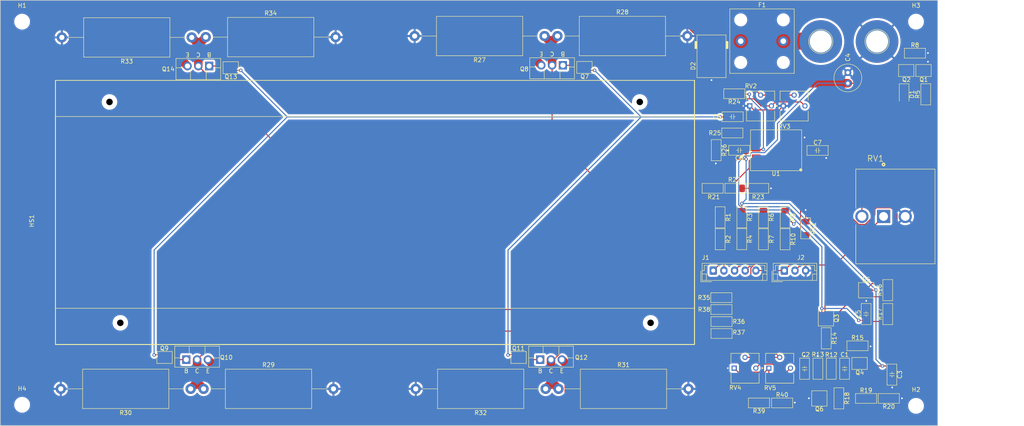
<source format=kicad_pcb>
(kicad_pcb (version 20221018) (generator pcbnew)
  (title_block (title "Self powered active load") (date "2023-04-04") (rev "A") (company "Dr. Frank Kirschbaum"))
  (layers (0 "F.Cu" signal) (31 "B.Cu" power) (34 "B.Paste" user) (35 "F.Paste" user) (36 "B.SilkS" user "B.Silkscreen") (37 "F.SilkS" user "F.Silkscreen") (38 "B.Mask" user) (39 "F.Mask" user) (44 "Edge.Cuts" user))
  (net 0 "")
  (net 1 "Net-(C1-Pad2)")
  (net 2 "Net-(Q1-C)")
  (net 3 "GNDA")
  (net 4 "Net-(Q4-C)")
  (net 5 "VDC")
  (net 6 "/ctrl")
  (net 7 "Net-(U1-OUT)")
  (net 8 "Net-(U1-IN-)")
  (net 9 "Net-(D1-K)")
  (net 10 "Net-(J3-1)")
  (net 11 "/1A{slash}Turn")
  (net 12 "/100mA{slash}Turn")
  (net 13 "/100Ohm{slash}NTurns")
  (net 14 "/10Ohm{slash}NTurns")
  (net 15 "Net-(J1-Pin_5)")
  (net 16 "Net-(J2-Pin_2)")
  (net 17 "+1V2")
  (net 18 "Net-(Q3-B)")
  (net 19 "Net-(Q3-C)")
  (net 20 "Net-(Q5-E)")
  (net 21 "Net-(Q6-B)")
  (net 22 "Net-(Q7-E)")
  (net 23 "Net-(Q7-C)")
  (net 24 "Net-(Q10-C)")
  (net 25 "Net-(Q10-B)")
  (net 26 "Net-(Q11-E)")
  (net 27 "Net-(Q11-C)")
  (net 28 "Net-(Q1-B)")
  (net 29 "Net-(Q13-E)")
  (net 30 "Net-(Q4-E)")
  (net 31 "Net-(Q13-C)")
  (net 32 "Net-(U1-REF)")
  (net 33 "Net-(U1-RFB)")
  (net 34 "Net-(R1-Pad2)")
  (net 35 "Net-(R3-Pad2)")
  (net 36 "Net-(R6-Pad2)")
  (net 37 "Net-(R10-Pad1)")
  (net 38 "Net-(R22-Pad2)")
  (net 39 "Net-(R24-Pad2)")
  (net 40 "Net-(R35-Pad2)")
  (net 41 "Net-(R39-Pad1)")
  (net 42 "Net-(R40-Pad1)")
  (net 43 "Net-(U1-IN+)")
  (net 44 "Net-(U1-BAL)")
  (footprint "Package_TO_SOT_SMD_AKL:SOT-323_SC-70" (layer "F.Cu") (at 176.433 61.5405 180)
    (fp_text reference "Q7")
    (fp_text value "2SC4117" hide)
  )
  (footprint "Resistor_THT:R_Axial_DIN0922_L20.0mm_D9.0mm_P30.48mm_Horizontal" (layer "F.Cu") (at 87.041 136.9785)
    (fp_text reference "R29")
    (fp_text value "0R22")
  )
  (footprint "Resistor_SMD_AKL:R_1206_3216Metric_Pad1.30x1.75mm_HandSolder" (layer "F.Cu") (at 208.28 101.854 -90)
    (fp_text reference "R2")
    (fp_text value "200R")
  )
  (footprint "Resistor_THT:R_Axial_DIN0922_L20.0mm_D9.0mm_P30.48mm_Horizontal" (layer "F.Cu") (at 170.099 54.1745)
    (fp_text reference "R28")
    (fp_text value "0R22")
  )
  (footprint "MountingHole:MountingHole_3.2mm_M3_DIN965" (layer "F.Cu") (at 254.254 140.97)
    (fp_text reference "H2")
    (fp_text value "MountingHole")
  )
  (footprint "Connector_JST:JST_EH_B5B-EH-A_1x05_P2.50mm_Vertical" (layer "F.Cu") (at 206.662 109.22)
    (fp_text reference "J1")
    (fp_text value "Conn_01x05")
  )
  (footprint "Package_TO_SOT_SMD_AKL:SOT-323_SC-70" (layer "F.Cu") (at 77.881 129.6125)
    (fp_text reference "Q9")
    (fp_text value "2SC4117" hide)
  )
  (footprint "Package_SO_AKL:SOIC-14W_7.5x9mm_P1.27mm" (layer "F.Cu") (at 221.404 80.9875 180)
    (fp_text reference "U1")
    (fp_text value "LM10CWM" hide)
  )
  (footprint "Resistor_SMD_AKL:R_1206_3216Metric_Pad1.30x1.75mm_HandSolder" (layer "F.Cu") (at 211.602 67.7065 180)
    (fp_text reference "R24")
    (fp_text value "22k")
  )
  (footprint "Package_TO_SOT_THT_AKL:TO-220F-3_Vertical_BCE" (layer "F.Cu") (at 88.348 61.2115 180)
    (fp_text reference "Q14")
    (fp_text value "BDW94CFP" hide)
  )
  (footprint "Resistor_THT:R_Axial_DIN0922_L20.0mm_D9.0mm_P30.48mm_Horizontal" (layer "F.Cu") (at 84.003 136.9785 180)
    (fp_text reference "R30")
    (fp_text value "0R22")
  )
  (footprint "Capacitor_SMD_AKL:C_1206_3216Metric_Pad1.33x1.80mm_HandSolder" (layer "F.Cu") (at 211.2045 73.1135 180)
    (fp_text reference "C6")
    (fp_text value "100n")
  )
  (footprint "Resistor_SMD_AKL:R_1206_3216Metric_Pad1.30x1.75mm_HandSolder" (layer "F.Cu") (at 233.178 125.111 -90)
    (fp_text reference "R14")
    (fp_text value "12k")
  )
  (footprint "Capacitor_THT:C_Radial_D6.3mm_H11.0mm_P2.50mm" (layer "F.Cu") (at 238.252 65.258 90)
    (fp_text reference "C4")
    (fp_text value "10u")
  )
  (footprint "Resistor_SMD_AKL:R_1206_3216Metric_Pad1.30x1.75mm_HandSolder" (layer "F.Cu") (at 223.52 96.722 -90)
    (fp_text reference "R9")
    (fp_text value "68k")
  )
  (footprint "Package_TO_SOT_SMD_AKL:SOT-323_SC-70" (layer "F.Cu") (at 160.971 129.6125)
    (fp_text reference "Q11")
    (fp_text value "2SC4117" hide)
  )
  (footprint "Resistor_SMD_AKL:R_1206_3216Metric_Pad1.30x1.75mm_HandSolder" (layer "F.Cu") (at 208.56 115.57)
    (fp_text reference "R35")
    (fp_text value "10R")
  )
  (footprint "Resistor_SMD_AKL:R_1206_3216Metric_Pad1.30x1.75mm_HandSolder" (layer "F.Cu") (at 222.826 140.285)
    (fp_text reference "R40")
    (fp_text value "1k")
  )
  (footprint "Package_TO_SOT_SMD_AKL:SOT-23" (layer "F.Cu") (at 242.554 113.8375)
    (fp_text reference "Q5")
    (fp_text value "MMBT5401" hide)
  )
  (footprint "Resistor_SMD_AKL:R_1206_3216Metric_Pad1.30x1.75mm_HandSolder" (layer "F.Cu") (at 256.54 67.8545 90)
    (fp_text reference "R5")
    (fp_text value "4k7")
  )
  (footprint "Capacitor_SMD_AKL:C_1206_3216Metric_Pad1.33x1.80mm_HandSolder" (layer "F.Cu") (at 212.768 80.9875 180)
    (fp_text reference "C8")
    (fp_text value "100n")
  )
  (footprint "3362P-1-102LF:TRIM_3362P-1-102LF" (layer "F.Cu") (at 225.644 70.5735)
    (fp_text reference "RV3")
    (fp_text value "1k")
  )
  (footprint "Resistor_SMD_AKL:R_1206_3216Metric_Pad1.30x1.75mm_HandSolder" (layer "F.Cu") (at 228.346 99.288 -90)
    (fp_text reference "R11")
    (fp_text value "10k")
  )
  (footprint "Heatsink:Fischer_Heatsink_LA6_150" (layer "F.Cu") (at 52.2605 64.5645)
    (fp_text reference "HS1")
    (fp_text value "Heatsink")
  )
  (footprint "Resistor_THT:R_Axial_DIN0922_L20.0mm_D9.0mm_P30.48mm_Horizontal" (layer "F.Cu") (at 87.549 54.4285)
    (fp_text reference "R34")
    (fp_text value "0R22")
  )
  (footprint "Connector_JST:JST_EH_B3B-EH-A_1x03_P2.50mm_Vertical" (layer "F.Cu") (at 223.346 109.22)
    (fp_text reference "J2")
    (fp_text value "Conn_01x03")
  )
  (footprint "Capacitor_SMD_AKL:C_1206_3216Metric_Pad1.42x1.75mm_HandSolder" (layer "F.Cu") (at 237.49 132.2475 -90)
    (fp_text reference "C1")
    (fp_text value "100n")
  )
  (footprint "Resistor_SMD_AKL:R_1206_3216Metric_Pad1.30x1.75mm_HandSolder" (layer "F.Cu") (at 208.28 96.722 -90)
    (fp_text reference "R1")
    (fp_text value "6k8")
  )
  (footprint "Package_TO_SOT_SMD_AKL:SOT-23" (layer "F.Cu") (at 233.106 120.4185 -90)
    (fp_text reference "Q3")
    (fp_text value "MMBT5401" hide)
  )
  (footprint "Resistor_SMD_AKL:R_1206_3216Metric_Pad1.30x1.75mm_HandSolder" (layer "F.Cu") (at 247.618 119.4255 90)
    (fp_text reference "R17")
    (fp_text value "220R")
  )
  (footprint "Fuse:Fuseholder_Cylinder-5x20mm_EATON_HBV_Vertical_Closed" (layer "F.Cu") (at 213.106 55.372)
    (fp_text reference "F1")
    (fp_text value "Fuse")
  )
  (footprint "Resistor_SMD_AKL:R_1206_3216Metric_Pad1.30x1.75mm_HandSolder" (layer "F.Cu") (at 218.44 101.854 -90)
    (fp_text reference "R7")
    (fp_text value "15k")
  )
  (footprint "Resistor_THT:R_Axial_DIN0922_L20.0mm_D9.0mm_P30.48mm_Horizontal" (layer "F.Cu") (at 84.257 54.4955 180)
    (fp_text reference "R33")
    (fp_text value "0R22")
  )
  (footprint "Package_TO_SOT_SMD_AKL:SOT-23" (layer "F.Cu") (at 231.56 139.2305 180)
    (fp_text reference "Q6")
    (fp_text value "MMBT5401" hide)
  )
  (footprint "Capacitor_SMD_AKL:C_1206_3216Metric_Pad1.33x1.80mm_HandSolder" (layer "F.Cu") (at 231.14 81.026)
    (fp_text reference "C7")
    (fp_text value "10u")
  )
  (footprint "Resistor_SMD_AKL:R_1206_3216Metric_Pad1.30x1.75mm_HandSolder" (layer "F.Cu") (at 247.858 139.2305 180)
    (fp_text reference "R20")
    (fp_text value "4k7")
  )
  (footprint "Resistor_SMD_AKL:R_1206_3216Metric_Pad1.30x1.75mm_HandSolder" (layer "F.Cu") (at 208.606 123.9905)
    (fp_text reference "R37")
    (fp_text value "10R")
  )
  (footprint "3590S-2-103L:TRIM_3590S-2-103L" (layer "F.Cu") (at 246.634 96.5175)
    (fp_text reference "RV1")
    (fp_text value "R_Potentiometer")
  )
  (footprint "Resistor_SMD_AKL:R_1206_3216Metric_Pad1.30x1.75mm_HandSolder" (layer "F.Cu") (at 247.618 113.8115 90)
    (fp_text reference "R16")
    (fp_text value "10k")
  )
  (footprint "Resistor_SMD_AKL:R_1206_3216Metric_Pad1.30x1.75mm_HandSolder" (layer "F.Cu") (at 217.398 140.285 180)
    (fp_text reference "R39")
    (fp_text value "47R")
  )
  (footprint "Resistor_SMD_AKL:R_1206_3216Metric_Pad1.30x1.75mm_HandSolder" (layer "F.Cu") (at 236.148 139.2045 -90)
    (fp_text reference "R18")
    (fp_text value "100k")
  )
  (footprint "Package_TO_SOT_THT_AKL:TO-220F-3_Vertical_BCE" (layer "F.Cu") (at 171.374 61.0325 180)
    (fp_text reference "Q8")
    (fp_text value "BDW94CFP" hide)
  )
  (footprint "Resistor_SMD_AKL:R_1206_3216Metric_Pad1.30x1.75mm_HandSolder" (layer "F.Cu") (at 231.224666 132.2475 90)
    (fp_text reference "R13")
    (fp_text value "6M5")
  )
  (footprint "Package_TO_SOT_SMD_AKL:SOT-323_SC-70" (layer "F.Cu") (at 93.407 61.6075 180)
    (fp_text reference "Q13")
    (fp_text value "2SC4117" hide)
  )
  (footprint "MountingHole:MountingHole_3.2mm_M3_DIN965" (layer "F.Cu") (at 44.45 50.8)
    (fp_text reference "H1")
    (fp_text value "MountingHole")
  )
  (footprint "Resistor_SMD_AKL:R_1206_3216Metric_Pad1.30x1.75mm_HandSolder" (layer "F.Cu") (at 208.58 118.364)
    (fp_text reference "R38")
    (fp_text value "10R")
  )
  (footprint "3362P-1-102LF:TRIM_3362P-1-102LF" (layer "F.Cu") (at 214.122 132.1185)
    (fp_text reference "RV4")
    (fp_text value "1k")
  )
  (footprint "5uH_LISN:BANANA_CONN" (layer "F.Cu") (at 231.902 55.452 -90)
    (fp_text reference "J3" hide)
    (fp_text value "BANANA_CONN" hide)
  )
  (footprint "Resistor_SMD_AKL:R_1206_3216Metric_Pad1.30x1.75mm_HandSolder" (layer "F.Cu") (at 206.528 89.916)
    (fp_text reference "R21")
    (fp_text value "100k")
  )
  (footprint "Package_TO_SOT_THT_AKL:TO-220F-3_Vertical_BCE" (layer "F.Cu") (at 166.04 130.1205)
    (fp_text reference "Q12")
    (fp_text value "BDW94CFP" hide)
  )
  (footprint "Resistor_SMD_AKL:R_1206_3216Metric_Pad1.30x1.75mm_HandSolder" (layer "F.Cu") (at 211.888 89.916)
    (fp_text reference "R22")
    (fp_text value "10k")
  )
  (footprint "Capacitor_SMD_AKL:C_1206_3216Metric_Pad1.33x1.80mm_HandSolder" (layer "F.Cu") (at 228.092 132.2475 90)
    (fp_text reference "C2")
    (fp_text value "100n" hide)
  )
  (footprint "Package_TO_SOT_THT_AKL:TO-220F-3_Vertical_BCE" (layer "F.Cu") (at 82.982 130.1205)
    (fp_text reference "Q10")
    (fp_text value "BDW94CFP" hide)
  )
  (footprint "Resistor_SMD_AKL:R_1206_3216Metric_Pad1.30x1.75mm_HandSolder" (layer "F.Cu") (at 223.52 101.854 -90)
    (fp_text reference "R10")
    (fp_text value "27k")
  )
  (footprint "5uH_LISN:BANANA_CONN" (layer "F.Cu") (at 245.11 55.452 -90)
    (fp_text reference "J4" hide)
    (fp_text value "BANANA_CONN" hide)
  )
  (footprint "3362P-1-102LF:TRIM_3362P-1-102LF" (layer "F.Cu") (at 222.25 132.1185)
    (fp_text reference "RV5")
    (fp_text value "100R")
  )
  (footprint "Capacitor_SMD_AKL:C_1206_3216Metric_Pad1.33x1.80mm_HandSolder" (layer "F.Cu") (at 242.538 119.4255 90)
    (fp_text reference "C5")
    (fp_text value "1u")
  )
  (footprint "Resistor_SMD_AKL:R_1206_3216Metric_Pad1.30x1.75mm_HandSolder" (layer "F.Cu") (at 254 58.2025)
    (fp_text reference "R8")
    (fp_text value "100R")
  )
  (footprint "3362P-1-102LF:TRIM_3362P-1-102LF" (layer "F.Cu") (at 217.77 70.5735)
    (fp_text reference "RV2")
    (fp_text value "100R")
  )
  (footprint "Resistor_SMD_AKL:R_1206_3216Metric_Pad1.30x1.75mm_HandSolder" (layer "F.Cu") (at 234.357332 132.2475 -90)
    (fp_text reference "R12")
    (fp_text value "1k")
  )
  (footprint "MountingHole:MountingHole_3.2mm_M3_DIN965" (layer "F.Cu") (at 44.45 140.716)
    (fp_text reference "H4")
    (fp_text value "MountingHole")
  )
  (footprint "Package_TO_SOT_SMD_AKL:SOT-323_SC-70" (layer "F.Cu") (at 241.004 131.014 180)
    (fp_text reference "Q4")
    (fp_text value "2SC4117" hide)
  )
  (footprint "Capacitor_SMD_AKL:C_1206_3216Metric_Pad1.33x1.80mm_HandSolder" (layer "F.Cu") (at 248.594 133.6425 -90)
    (fp_text reference "C3")
    (fp_text value "1u")
  )
  (footprint "Diode_SMD_AKL:D_SMC" (layer "F.Cu") (at 206.248 58.928 -90)
    (fp_text reference "D2")
    (fp_text value "SMCJ54A" hide)
  )
  (footprint "Package_TO_SOT_SMD_AKL:SOT-323_SC-70" (layer "F.Cu") (at 251.952 62.2665 180)
    (fp_text reference "Q2")
    (fp_text value "2SC4117" hide)
  )
  (footprint "Resistor_SMD_AKL:R_1206_3216Metric_Pad1.30x1.75mm_HandSolder" (layer "F.Cu") (at 242.524 139.2305)
    (fp_text reference "R19")
    (fp_text value "10k")
  )
  (footprint "MountingHole:MountingHole_3.2mm_M3_DIN965" (layer "F.Cu") (at 254.254 50.8)
    (fp_text reference "H3")
    (fp_text value "MountingHole")
  )
  (footprint "LED_SMD:LED_1206_3216Metric_Pad1.42x1.75mm_HandSolder" (layer "F.Cu") (at 251.46 67.8545 -90)
    (fp_text reference "D1")
    (fp_text value "LED")
  )
  (footprint "Package_TO_SOT_SMD_AKL:SOT-323_SC-70" (layer "F.Cu") (at 256.016 62.2665 180)
    (fp_text reference "Q1")
    (fp_text value "2SC4117" hide)
  )
  (footprint "Resistor_SMD_AKL:R_1206_3216Metric_Pad1.30x1.75mm_HandSolder" (layer "F.Cu") (at 240.512 126.875)
    (fp_text reference "R15")
    (fp_text value "15k")
  )
  (footprint "Resistor_SMD_AKL:R_1206_3216Metric_Pad1.30x1.75mm_HandSolder" (layer "F.Cu") (at 211.14 76.9235 180)
    (fp_text reference "R25")
    (fp_text value "4k7")
  )
  (footprint "Resistor_SMD_AKL:R_1206_3216Metric_Pad1.30x1.75mm_HandSolder" (layer "F.Cu") (at 218.44 96.722 -90)
    (fp_text reference "R6")
    (fp_text value "100k")
  )
  (footprint "Resistor_SMD_AKL:R_1206_3216Metric_Pad1.30x1.75mm_HandSolder" (layer "F.Cu") (at 213.36 101.828 -90)
    (fp_text reference "R4")
    (fp_text value "15k")
  )
  (footprint "Resistor_THT:R_Axial_DIN0922_L20.0mm_D9.0mm_P30.48mm_Horizontal" (layer "F.Cu") (at 167.315 136.9785 180)
    (fp_text reference "R32")
    (fp_text value "0R22")
  )
  (footprint "Resistor_SMD_AKL:R_1206_3216Metric_Pad1.30x1.75mm_HandSolder" (layer "F.Cu") (at 217.196 89.916)
    (fp_text reference "R23")
    (fp_text value "10k")
  )
  (footprint "Resistor_SMD_AKL:R_1206_3216Metric_Pad1.30x1.75mm_HandSolder" (layer "F.Cu") (at 213.36 96.722 -90)
    (fp_text reference "R3")
    (fp_text value "100k")
  )
  (footprint "Resistor_SMD_AKL:R_1206_3216Metric_Pad1.30x1.75mm_HandSolder" (layer "F.Cu") (at 208.606 121.1965)
    (fp_text reference "R36")
    (fp_text value "10R")
  )
  (footprint "Resistor_THT:R_Axial_DIN0922_L20.0mm_D9.0mm_P30.48mm_Horizontal" (layer "F.Cu") (at 170.353 136.9785)
    (fp_text reference "R31")
    (fp_text value "0R22")
  )
  (footprint "Resistor_SMD_AKL:R_1206_3216Metric_Pad1.30x1.75mm_HandSolder" (layer "F.Cu") (at 207.356 80.9615 -90)
    (fp_text reference "R26")
    (fp_text value "6k8")
  )
  (footprint "Resistor_THT:R_Axial_DIN0922_L20.0mm_D9.0mm_P30.48mm_Horizontal" (layer "F.Cu") (at 167.061 54.1745 180)
    (fp_text reference "R27")
    (fp_text value "0R22")
  )
  (gr_line (start 259.334 45.79) (end 39.334 45.79) (stroke (width 0.15)) (layer "Edge.Cuts"))
  (gr_line (start 39.334 45.79) (end 39.334 145.64) (stroke (width 0.15)) (layer "Edge.Cuts"))
  (gr_line (start 259.334 145.64) (end 39.334 145.64) (stroke (width 0.15)) (layer "Edge.Cuts"))
  (gr_line (start 259.334 145.64) (end 259.334 45.79) (stroke (width 0.15)) (layer "Edge.Cuts"))
  (segment (start 228.092 133.81) (end 231.212166 133.81) (width 0.25) (layer "F.Cu") (net 1))
  (segment (start 237.4275 133.7975) (end 237.49 133.735) (width 0.25) (layer "F.Cu") (net 1))
  (segment (start 234.357332 133.7975) (end 237.4275 133.7975) (width 0.25) (layer "F.Cu") (net 1))
  (segment (start 231.212166 133.81) (end 231.224666 133.7975) (width 0.25) (layer "F.Cu") (net 1))
  (segment (start 231.224666 133.7975) (end 234.357332 133.7975) (width 0.25) (layer "F.Cu") (net 1))
  (segment (start 255.016 62.2665) (end 253.602 62.2665) (width 0.25) (layer "F.Cu") (net 2))
  (segment (start 256.54 63.7905) (end 255.016 62.2665) (width 0.25) (layer "F.Cu") (net 2))
  (segment (start 256.54 66.3045) (end 256.54 63.7905) (width 0.25) (layer "F.Cu") (net 2))
  (segment (start 253.602 62.2665) (end 252.952 62.9165) (width 0.25) (layer "F.Cu") (net 2))
  (segment (start 233.172 82.804) (end 233.172 81.4955) (width 0.25) (layer "F.Cu") (net 3))
  (segment (start 233.172 81.4955) (end 232.7025 81.026) (width 0.25) (layer "F.Cu") (net 3))
  (segment (start 257.048 60.198) (end 257.048 61.5845) (width 0.25) (layer "F.Cu") (net 3))
  (segment (start 248.666 136.652) (end 248.666 135.277) (width 0.25) (layer "F.Cu") (net 3))
  (segment (start 207.264 82.6035) (end 207.356 82.5115) (width 0.25) (layer "F.Cu") (net 3))
  (segment (start 211.167 81.026) (end 211.2055 80.9875) (width 0.25) (layer "F.Cu") (net 3))
  (segment (start 249.4465 139.192) (end 249.408 139.2305) (width 0.25) (layer "F.Cu") (net 3))
  (segment (start 229.108 139.192) (end 230.5215 139.192) (width 0.25) (layer "F.Cu") (net 3))
  (segment (start 257.048 58.166) (end 255.5865 58.166) (width 0.25) (layer "F.Cu") (net 3))
  (segment (start 228.346 94.996) (end 228.346 97.738) (width 0.25) (layer "F.Cu") (net 3))
  (segment (start 224.453 140.208) (end 224.376 140.285) (width 0.25) (layer "F.Cu") (net 3))
  (segment (start 242.57 116.332) (end 242.57 117.831) (width 0.25) (layer "F.Cu") (net 3))
  (segment (start 230.5215 139.192) (end 230.56 139.2305) (width 0.25) (layer "F.Cu") (net 3))
  (segment (start 242.187 127) (end 242.062 126.875) (width 0.25) (layer "F.Cu") (net 3))
  (segment (start 206.248 64.516) (end 206.248 62.328) (width 0.25) (layer "F.Cu") (net 3))
  (segment (start 207.264 84.074) (end 207.264 82.6035) (width 0.25) (layer "F.Cu") (net 3))
  (segment (start 220.218 89.916) (end 218.746 89.916) (width 0.25) (layer "F.Cu") (net 3))
  (segment (start 228.092 77.978) (end 226.5235 77.978) (width 0.25) (layer "F.Cu") (net 3))
  (segment (start 255.5865 58.166) (end 255.55 58.2025) (width 0.25) (layer "F.Cu") (net 3))
  (segment (start 250.952 139.192) (end 249.4465 139.192) (width 0.25) (layer "F.Cu") (net 3))
  (segment (start 243.586 127) (end 242.187 127) (width 0.25) (layer "F.Cu") (net 3))
  (segment (start 248.666 135.277) (end 248.594 135.205) (width 0.25) (layer "F.Cu") (net 3))
  (segment (start 215.23 70.5735) (end 216.166 71.5095) (width 0.25) (layer "F.Cu") (net 3))
  (segment (start 210.058 81.026) (end 211.167 81.026) (width 0.25) (layer "F.Cu") (net 3))
  (segment (start 225.806 140.208) (end 224.453 140.208) (width 0.25) (layer "F.Cu") (net 3))
  (segment (start 226.5235 77.978) (end 226.054 78.4475) (width 0.25) (layer "F.Cu") (net 3))
  (segment (start 231.14 129.286) (end 231.14 130.612834) (width 0.25) (layer "F.Cu") (net 3))
  (segment (start 222.168 71.5095) (end 223.104 70.5735) (width 0.25) (layer "F.Cu") (net 3))
  (segment (start 228.092 129.286) (end 228.092 130.685) (width 0.25) (layer "F.Cu") (net 3))
  (segment (start 216.166 71.5095) (end 222.168 71.5095) (width 0.25) (layer "F.Cu") (net 3))
  (segment (start 257.048 61.5845) (end 257.016 61.6165) (width 0.25) (layer "F.Cu") (net 3))
  (segment (start 242.57 117.831) (end 242.538 117.863) (width 0.25) (layer "F.Cu") (net 3))
  (segment (start 231.14 130.612834) (end 231.224666 130.6975) (width 0.25) (layer "F.Cu") (net 3))
  (via (at 242.57 116.332) (size 0.8) (drill 0.4) (layers "F.Cu" "B.Cu") (net 3))
  (via (at 228.092 129.286) (size 0.8) (drill 0.4) (layers "F.Cu" "B.Cu") (net 3))
  (via (at 220.218 89.916) (size 0.8) (drill 0.4) (layers "F.Cu" "B.Cu") (net 3))
  (via (at 257.048 58.166) (size 0.8) (drill 0.4) (layers "F.Cu" "B.Cu") (net 3))
  (via (at 228.092 77.978) (size 0.8) (drill 0.4) (layers "F.Cu" "B.Cu") (net 3))
  (via (at 210.058 81.026) (size 0.8) (drill 0.4) (layers "F.Cu" "B.Cu") (net 3))
  (via (at 248.666 136.652) (size 0.8) (drill 0.4) (layers "F.Cu" "B.Cu") (net 3))
  (via (at 225.806 140.208) (size 0.8) (drill 0.4) (layers "F.Cu" "B.Cu") (net 3))
  (via (at 243.586 127) (size 0.8) (drill 0.4) (layers "F.Cu" "B.Cu") (net 3))
  (via (at 229.108 139.192) (size 0.8) (drill 0.4) (layers "F.Cu" "B.Cu") (net 3))
  (via (at 206.248 64.516) (size 0.8) (drill 0.4) (layers "F.Cu" "B.Cu") (net 3))
  (via (at 250.952 139.192) (size 0.8) (drill 0.4) (layers "F.Cu" "B.Cu") (net 3))
  (via (at 228.346 94.996) (size 0.8) (drill 0.4) (layers "F.Cu" "B.Cu") (net 3))
  (via (at 233.172 82.804) (size 0.8) (drill 0.4) (layers "F.Cu" "B.Cu") (net 3))
  (via (at 207.264 84.074) (size 0.8) (drill 0.4) (layers "F.Cu" "B.Cu") (net 3))
  (via (at 257.048 60.198) (size 0.8) (drill 0.4) (layers "F.Cu" "B.Cu") (net 3))
  (via (at 231.14 129.286) (size 0.8) (drill 0.4) (layers "F.Cu" "B.Cu") (net 3))
  (segment (start 233.178 129.518168) (end 233.178 126.661) (width 0.25) (layer "F.Cu") (net 4))
  (segment (start 236.3625 112.8875) (end 232.881 116.369) (width 0.25) (layer "F.Cu") (net 4))
  (segment (start 232.881 119.885962) (end 231.902 120.864962) (width 0.25) (layer "F.Cu") (net 4))
  (segment (start 231.902 120.864962) (end 231.902 125.385) (width 0.25) (layer "F.Cu") (net 4))
  (segment (start 234.419832 130.76) (end 234.357332 130.6975) (width 0.25) (layer "F.Cu") (net 4))
  (segment (start 237.49 130.76) (end 239.75 130.76) (width 0.25) (layer "F.Cu") (net 4))
  (segment (start 241.554 112.8875) (end 236.3625 112.8875) (width 0.25) (layer "F.Cu") (net 4))
  (segment (start 239.75 130.76) (end 240.004 131.014) (width 0.25) (layer "F.Cu") (net 4))
  (segment (start 234.357332 130.6975) (end 233.178 129.518168) (width 0.25) (layer "F.Cu") (net 4))
  (segment (start 231.902 125.385) (end 233.178 126.661) (width 0.25) (layer "F.Cu") (net 4))
  (segment (start 232.881 116.369) (end 232.881 119.885962) (width 0.25) (layer "F.Cu") (net 4))
  (segment (start 237.49 130.76) (end 234.419832 130.76) (width 0.25) (layer "F.Cu") (net 4))
  (segment (start 247.618 120.9755) (end 247.4355 121.158) (width 0.25) (layer "F.Cu") (net 5))
  (segment (start 223.52 96.266) (end 223.52 95.172) (width 0.25) (layer "F.Cu") (net 5))
  (segment (start 44.196 133.35) (end 53.594 142.748) (width 4) (layer "F.Cu") (net 5))
  (segment (start 88.062 130.1205) (end 90.17 132.2285) (width 2) (layer "F.Cu") (net 5))
  (segment (start 222.992 65.258) (end 213.106 55.372) (width 2) (layer "F.Cu") (net 5))
  (segment (start 238.252 65.258) (end 222.992 65.258) (width 2) (layer "F.Cu") (net 5))
  (segment (start 247.4355 121.158) (end 245.11 121.158) (width 0.25) (layer "F.Cu") (net 5))
  (segment (start 242.454 120.904) (end 242.538 120.988) (width 0.25) (layer "F.Cu") (net 5))
  (segment (start 80.01 57.9535) (end 80.01 49.784) (width 2) (layer "F.Cu") (net 5))
  (segment (start 83.268 61.2115) (end 80.01 57.9535) (width 2) (layer "F.Cu") (net 5))
  (segment (start 166.294 61.0325) (end 162.56 57.2985) (width 2) (layer "F.Cu") (net 5))
  (segment (start 51.562 49.784) (end 44.196 57.15) (width 4) (layer "F.Cu") (net 5))
  (segment (start 256.4775 69.342) (end 256.54 69.4045) (width 0.25) (layer "F.Cu") (net 5))
  (segment (start 162.56 57.2985) (end 162.56 49.784) (width 2) (layer "F.Cu") (net 5))
  (segment (start 206.248 55.528) (end 206.248 55.035173) (width 4) (layer "F.Cu") (net 5))
  (segment (start 80.01 49.784) (end 51.562 49.784) (width 4) (layer "F.Cu") (net 5))
  (segment (start 245.11 121.158) (end 242.708 121.158) (width 0.25) (layer "F.Cu") (net 5))
  (segment (start 172.466 142.748) (end 172.753 142.461) (width 2) (layer "F.Cu") (net 5))
  (segment (start 225.552 98.298) (end 223.52 96.266) (width 0.25) (layer "F.Cu") (net 5))
  (segment (start 53.594 142.748) (end 90.17 142.748) (width 4) (layer "F.Cu") (net 5))
  (segment (start 232.156 118.11) (end 232.156 119.4185) (width 0.25) (layer "F.Cu") (net 5))
  (segment (start 206.404 55.372) (end 206.248 55.528) (width 4) (layer "F.Cu") (net 5))
  (segment (start 206.248 55.035173) (end 200.996827 49.784) (width 4) (layer "F.Cu") (net 5))
  (segment (start 240.792 120.904) (end 242.454 120.904) (width 0.25) (layer "F.Cu") (net 5))
  (segment (start 172.753 142.461) (end 172.753 131.7535) (width 2) (layer "F.Cu") (net 5))
  (segment (start 90.17 132.2285) (end 90.17 142.748) (width 2) (layer "F.Cu") (net 5))
  (segment (start 162.56 49.784) (end 80.01 49.784) (width 4) (layer "F.Cu") (net 5))
  (segment (start 200.996827 49.784) (end 162.56 49.784) (width 4) (layer "F.Cu") (net 5))
  (segment (start 238.252 65.258) (end 247.376 65.258) (width 0.25) (layer "F.Cu") (net 5))
  (segment (start 251.46 69.342) (end 256.4775 69.342) (width 0.25) (layer "F.Cu") (net 5))
  (segment (start 242.708 121.158) (end 242.538 120.988) (width 0.25) (layer "F.Cu") (net 5))
  (segment (start 247.376 65.258) (end 251.46 69.342) (width 0.25) (layer "F.Cu") (net 5))
  (segment (start 213.106 55.372) (end 206.404 55.372) (width 4) (layer "F.Cu") (net 5))
  (segment (start 90.17 142.748) (end 172.466 142.748) (width 4) (layer "F.Cu") (net 5))
  (segment (start 172.753 131.7535) (end 171.12 130.1205) (width 2) (layer "F.Cu") (net 5))
  (segment (start 44.196 57.15) (end 44.196 133.35) (width 4) (layer "F.Cu") (net 5))
  (via (at 232.156 118.11) (size 0.8) (drill 0.4) (layers "F.Cu" "B.Cu") (net 5))
  (via (at 240.792 120.904) (size 0.8) (drill 0.4) (layers "F.Cu" "B.Cu") (net 5))
  (via (at 225.552 98.298) (size 0.8) (drill 0.4) (layers "F.Cu" "B.Cu") (net 5))
  (segment (start 215.392 82.296) (end 215.392 81.788) (width 0.25) (layer "B.Cu") (net 5))
  (segment (start 237.998 118.11) (end 240.792 120.904) (width 0.25) (layer "B.Cu") (net 5))
  (segment (start 215.646 81.534) (end 218.703305 81.534) (width 0.25) (layer "B.Cu") (net 5))
  (segment (start 226.187 97.663) (end 223.52 94.996) (width 0.25) (layer "B.Cu") (net 5))
  (segment (start 215.392 81.788) (end 215.646 81.534) (width 0.25) (layer "B.Cu") (net 5))
  (segment (start 232.156 103.632) (end 232.156 118.11) (width 0.25) (layer "B.Cu") (net 5))
  (segment (start 212.635 93.772305) (end 212.635 83.773695) (width 0.25) (layer "B.Cu") (net 5))
  (segment (start 218.703305 81.534) (end 221.737347 78.499958) (width 0.25) (layer "B.Cu") (net 5))
  (segment (start 214.112695 82.296) (end 215.392 82.296) (width 0.25) (layer "B.Cu") (net 5))
  (segment (start 213.858695 94.996) (end 212.635 93.772305) (width 0.25) (layer "B.Cu") (net 5))
  (segment (start 232.156 118.11) (end 237.998 118.11) (width 0.25) (layer "B.Cu") (net 5))
  (segment (start 231.150695 65.258) (end 238.252 65.258) (width 0.25) (layer "B.Cu") (net 5))
  (segment (start 212.635 83.773695) (end 214.112695 82.296) (width 0.25) (layer "B.Cu") (net 5))
  (segment (start 226.187 97.663) (end 232.156 103.632) (width 0.25) (layer "B.Cu") (net 5))
  (segment (start 225.552 98.298) (end 226.187 97.663) (width 0.25) (layer "B.Cu") (net 5))
  (segment (start 221.737347 74.671347) (end 231.150695 65.258) (width 0.25) (layer "B.Cu") (net 5))
  (segment (start 221.737347 78.499958) (end 221.737347 74.671347) (width 0.25) (layer "B.Cu") (net 5))
  (segment (start 223.52 94.996) (end 213.858695 94.996) (width 0.25) (layer "B.Cu") (net 5))
  (segment (start 95.758 62.23) (end 94.4345 62.23) (width 0.25) (layer "F.Cu") (net 6))
  (segment (start 209.642 76.8715) (end 209.59 76.9235) (width 0.25) (layer "F.Cu") (net 6))
  (segment (start 209.642 73.1135) (end 209.642 76.8715) (width 0.25) (layer "F.Cu") (net 6))
  (segment (start 75.5075 128.9625) (end 75.438 129.032) (width 0.25) (layer "F.Cu") (net 6))
  (segment (start 76.881 128.9625) (end 75.5075 128.9625) (width 0.25) (layer "F.Cu") (net 6))
  (segment (start 177.4725 62.23) (end 177.433 62.1905) (width 0.25) (layer "F.Cu") (net 6))
  (segment (start 208.28 73.152) (end 209.6035 73.152) (width 0.25) (layer "F.Cu") (net 6))
  (segment (start 159.971 128.9625) (end 158.5655 128.9625) (width 0.25) (layer "F.Cu") (net 6))
  (segment (start 207.356 79.1575) (end 207.356 79.4115) (width 0.25) (layer "F.Cu") (net 6))
  (segment (start 158.5655 128.9625) (end 158.496 129.032) (width 0.25) (layer "F.Cu") (net 6))
  (segment (start 94.4345 62.23) (end 94.407 62.2575) (width 0.25) (layer "F.Cu") (net 6))
  (segment (start 209.59 76.9235) (end 207.356 79.1575) (width 0.25) (layer "F.Cu") (net 6))
  (segment (start 178.816 62.23) (end 177.4725 62.23) (width 0.25) (layer "F.Cu") (net 6))
  (segment (start 209.6035 73.152) (end 209.642 73.1135) (width 0.25) (layer "F.Cu") (net 6))
  (via (at 75.438 129.032) (size 0.8) (drill 0.4) (layers "F.Cu" "B.Cu") (net 6))
  (via (at 178.816 62.23) (size 0.8) (drill 0.4) (layers "F.Cu" "B.Cu") (net 6))
  (via (at 208.28 73.152) (size 0.8) (drill 0.4) (layers "F.Cu" "B.Cu") (net 6))
  (via (at 95.758 62.23) (size 0.8) (drill 0.4) (layers "F.Cu" "B.Cu") (net 6))
  (via (at 158.496 129.032) (size 0.8) (drill 0.4) (layers "F.Cu" "B.Cu") (net 6))
  (segment (start 189.738 73.152) (end 106.68 73.152) (width 0.25) (layer "B.Cu") (net 6))
  (segment (start 75.438 129.032) (end 75.438 104.394) (width 0.25) (layer "B.Cu") (net 6))
  (segment (start 75.438 104.394) (end 106.68 73.152) (width 0.25) (layer "B.Cu") (net 6))
  (segment (start 106.68 73.152) (end 95.758 62.23) (width 0.25) (layer "B.Cu") (net 6))
  (segment (start 158.496 129.032) (end 158.496 104.394) (width 0.25) (layer "B.Cu") (net 6))
  (segment (start 189.738 73.152) (end 178.816 62.23) (width 0.25) (layer "B.Cu") (net 6))
  (segment (start 158.496 104.394) (end 189.738 73.152) (width 0.25) (layer "B.Cu") (net 6))
  (segment (start 208.28 73.152) (end 189.738 73.152) (width 0.25) (layer "B.Cu") (net 6))
  (segment (start 212.767 73.1135) (end 212.767 76.8465) (width 0.25) (layer "F.Cu") (net 7))
  (segment (start 212.767 76.8465) (end 212.69 76.9235) (width 0.25) (layer "F.Cu") (net 7))
  (segment (start 215.484 79.7175) (end 216.754 79.7175) (width 0.25) (layer "F.Cu") (net 7))
  (segment (start 212.69 76.9235) (end 215.484 79.7175) (width 0.25) (layer "F.Cu") (net 7))
  (segment (start 225.3365 80.9875) (end 226.054 80.9875) (width 0.25) (layer "F.Cu") (net 8))
  (segment (start 215.487 108.608299) (end 218.431299 105.664) (width 0.25) (layer "F.Cu") (net 8))
  (segment (start 223.098173 105.664) (end 227.146 101.616173) (width 0.25) (layer "F.Cu") (net 8))
  (segment (start 229.539 80.9875) (end 229.5775 81.026) (width 0.25) (layer "F.Cu") (net 8))
  (segment (start 218.431299 105.664) (end 223.098173 105.664) (width 0.25) (layer "F.Cu") (net 8))
  (segment (start 226.054 80.9875) (end 229.539 80.9875) (width 0.25) (layer "F.Cu") (net 8))
  (segment (start 224.704 81.62) (end 225.3365 80.9875) (width 0.25) (layer "F.Cu") (net 8))
  (segment (start 227.146 101.616173) (end 227.146 87.586251) (width 0.25) (layer "F.Cu") (net 8))
  (segment (start 222.25 129.5785) (end 215.487 122.8155) (width 0.25) (layer "F.Cu") (net 8))
  (segment (start 227.146 87.586251) (end 224.704 85.144251) (width 0.25) (layer "F.Cu") (net 8))
  (segment (start 215.487 122.8155) (end 215.487 108.608299) (width 0.25) (layer "F.Cu") (net 8))
  (segment (start 224.704 85.144251) (end 224.704 81.62) (width 0.25) (layer "F.Cu") (net 8))
  (segment (start 214.122 129.5785) (end 222.25 129.5785) (width 0.25) (layer "F.Cu") (net 8))
  (segment (start 251.46 66.367) (end 251.46 62.7745) (width 0.25) (layer "F.Cu") (net 9))
  (segment (start 251.46 62.7745) (end 250.952 62.2665) (width 0.25) (layer "F.Cu") (net 9))
  (segment (start 231.822 55.372) (end 231.902 55.452) (width 4) (layer "F.Cu") (net 10))
  (segment (start 223.106 55.372) (end 231.822 55.372) (width 4) (layer "F.Cu") (net 10))
  (segment (start 208.28 103.404) (end 208.28 107.602) (width 0.25) (layer "F.Cu") (net 11))
  (segment (start 208.28 107.602) (end 206.662 109.22) (width 0.25) (layer "F.Cu") (net 11))
  (segment (start 209.162 107.576) (end 209.162 109.22) (width 0.25) (layer "F.Cu") (net 12))
  (segment (start 213.36 103.378) (end 209.162 107.576) (width 0.25) (layer "F.Cu") (net 12))
  (segment (start 218.44 103.404) (end 217.478 103.404) (width 0.25) (layer "F.Cu") (net 13))
  (segment (start 217.478 103.404) (end 211.662 109.22) (width 0.25) (layer "F.Cu") (net 13))
  (segment (start 223.52 103.404) (end 222.545 104.379) (width 0.25) (layer "F.Cu") (net 14))
  (segment (start 222.32 99.052) (end 222.32 102.204) (width 0.25) (layer "F.Cu") (net 14))
  (segment (start 219.003 104.379) (end 214.162 109.22) (width 0.25) (layer "F.Cu") (net 14))
  (segment (start 222.545 104.379) (end 219.003 104.379) (width 0.25) (layer "F.Cu") (net 14))
  (segment (start 222.32 102.204) (end 223.52 103.404) (width 0.25) (layer "F.Cu") (net 14))
  (segment (start 218.44 95.172) (end 222.32 99.052) (width 0.25) (layer "F.Cu") (net 14))
  (segment (start 228.346 104.22) (end 223.346 109.22) (width 0.25) (layer "F.Cu") (net 15))
  (segment (start 228.346 100.838) (end 228.346 104.22) (width 0.25) (layer "F.Cu") (net 15))
  (segment (start 216.662 109.22) (end 223.346 109.22) (width 0.25) (layer "F.Cu") (net 15))
  (segment (start 235.2315 107.92) (end 246.634 96.5175) (width 0.25) (layer "F.Cu") (net 16))
  (segment (start 227.146 107.92) (end 235.2315 107.92) (width 0.25) (layer "F.Cu") (net 16))
  (segment (start 225.846 109.22) (end 227.146 107.92) (width 0.25) (layer "F.Cu") (net 16))
  (segment (start 216.9695 80.772) (end 216.754 80.9875) (width 0.25) (layer "F.Cu") (net 17))
  (segment (start 243.554 113.8375) (end 244.8105 113.8375) (width 0.25) (layer "F.Cu") (net 17))
  (segment (start 244.8105 113.8375) (end 244.856 113.792) (width 0.25) (layer "F.Cu") (net 17))
  (segment (start 233.186 137.6545) (end 236.148 137.6545) (width 0.25) (layer "F.Cu") (net 17))
  (segment (start 204.978 91.87) (end 208.28 95.172) (width 0.25) (layer "F.Cu") (net 17))
  (segment (start 246.38 131.6105) (end 248.1245 131.6105) (width 0.25) (layer "F.Cu") (net 17))
  (segment (start 213.36 93.472) (end 213.36 95.172) (width 0.25) (layer "F.Cu") (net 17))
  (segment (start 214.3305 83.0125) (end 214.376 83.058) (width 0.25) (layer "F.Cu") (net 17))
  (segment (start 232.56 138.2805) (end 233.186 137.6545) (width 0.25) (layer "F.Cu") (net 17))
  (segment (start 211.836 83.058) (end 204.978 89.916) (width 0.25) (layer "F.Cu") (net 17))
  (segment (start 216.754 80.9875) (end 214.3305 80.9875) (width 0.25) (layer "F.Cu") (net 17))
  (segment (start 248.1245 131.6105) (end 248.594 132.08) (width 0.25) (layer "F.Cu") (net 17))
  (segment (start 236.148 137.6545) (end 236.148 137.52) (width 0.25) (layer "F.Cu") (net 17))
  (segment (start 218.44 80.772) (end 216.9695 80.772) (width 0.25) (layer "F.Cu") (net 17))
  (segment (start 204.978 89.916) (end 204.978 91.87) (width 0.25) (layer "F.Cu") (net 17))
  (segment (start 214.376 83.058) (end 211.836 83.058) (width 0.25) (layer "F.Cu") (net 17))
  (segment (start 214.3305 80.9875) (end 214.3305 83.0125) (width 0.25) (layer "F.Cu") (net 17))
  (segment (start 213.2635 67.818) (end 213.152 67.7065) (width 0.25) (layer "F.Cu") (net 17))
  (segment (start 213.36 95.172) (end 208.28 95.172) (width 0.25) (layer "F.Cu") (net 17))
  (segment (start 242.0575 131.6105) (end 242.004 131.664) (width 0.25) (layer "F.Cu") (net 17))
  (segment (start 215.138 67.818) (end 213.2635 67.818) (width 0.25) (layer "F.Cu") (net 17))
  (segment (start 246.38 131.6105) (end 242.0575 131.6105) (width 0.25) (layer "F.Cu") (net 17))
  (segment (start 236.148 137.52) (end 242.004 131.664) (width 0.25) (layer "F.Cu") (net 17))
  (via (at 213.36 93.472) (size 0.8) (drill 0.4) (layers "F.Cu" "B.Cu") (net 17))
  (via (at 218.44 80.772) (size 0.8) (drill 0.4) (layers "F.Cu" "B.Cu") (net 17))
  (via (at 215.138 67.818) (size 0.8) (drill 0.4) (layers "F.Cu" "B.Cu") (net 17))
  (via (at 246.38 131.6105) (size 0.8) (drill 0.4) (layers "F.Cu" "B.Cu") (net 17))
  (via (at 244.856 113.792) (size 0.8) (drill 0.4) (layers "F.Cu" "B.Cu") (net 17))
  (via (at 214.376 83.058) (size 0.8) (drill 0.4) (layers "F.Cu" "B.Cu") (net 17))
  (segment (start 214.376 92.456) (end 213.36 93.472) (width 0.25) (layer "B.Cu") (net 17))
  (segment (start 244.856 130.0865) (end 246.38 131.6105) (width 0.25) (layer "B.Cu") (net 17))
  (segment (start 224.536 93.472) (end 244.856 113.792) (width 0.25) (layer "B.Cu") (net 17))
  (segment (start 218.44 71.9115) (end 215.138 68.6095) (width 0.25) (layer "B.Cu") (net 17))
  (segment (start 244.856 113.792) (end 244.856 130.0865) (width 0.25) (layer "B.Cu") (net 17))
  (segment (start 213.36 93.472) (end 224.536 93.472) (width 0.25) (layer "B.Cu") (net 17))
  (segment (start 214.376 83.058) (end 214.376 92.456) (width 0.25) (layer "B.Cu") (net 17))
  (segment (start 218.44 80.772) (end 218.44 71.9115) (width 0.25) (layer "B.Cu") (net 17))
  (segment (start 215.138 68.6095) (end 215.138 67.818) (width 0.25) (layer "B.Cu") (net 17))
  (segment (start 235.730538 119.4185) (end 241.536538 113.6125) (width 0.25) (layer "F.Cu") (net 18))
  (segment (start 241.536538 113.6125) (end 242.586538 113.6125) (width 0.25) (layer "F.Cu") (net 18))
  (segment (start 243.937538 112.2615) (end 247.618 112.2615) (width 0.25) (layer "F.Cu") (net 18))
  (segment (start 242.586538 113.6125) (end 243.937538 112.2615) (width 0.25) (layer "F.Cu") (net 18))
  (segment (start 234.056 119.4185) (end 235.730538 119.4185) (width 0.25) (layer "F.Cu") (net 18))
  (segment (start 233.106 123.489) (end 233.178 123.561) (width 0.25) (layer "F.Cu") (net 19))
  (segment (start 233.106 121.4185) (end 233.106 123.489) (width 0.25) (layer "F.Cu") (net 19))
  (segment (start 242.128 115.3615) (end 241.554 114.7875) (width 0.25) (layer "F.Cu") (net 20))
  (segment (start 247.618 115.3615) (end 247.618 117.8755) (width 0.25) (layer "F.Cu") (net 20))
  (segment (start 247.618 115.3615) (end 242.128 115.3615) (width 0.25) (layer "F.Cu") (net 20))
  (segment (start 236.148 140.7545) (end 233.134 140.7545) (width 0.25) (layer "F.Cu") (net 21))
  (segment (start 236.148 140.7545) (end 239.45 140.7545) (width 0.25) (layer "F.Cu") (net 21))
  (segment (start 233.134 140.7545) (end 232.56 140.1805) (width 0.25) (layer "F.Cu") (net 21))
  (segment (start 239.45 140.7545) (end 240.974 139.2305) (width 0.25) (layer "F.Cu") (net 21))
  (segment (start 168.834 55.4395) (end 170.099 54.1745) (width 2) (layer "F.Cu") (net 22))
  (segment (start 173.9465 57.404) (end 168.834 57.404) (width 0.25) (layer "F.Cu") (net 22))
  (segment (start 168.834 77.394) (end 168.834 61.0325) (width 0.25) (layer "F.Cu") (net 22))
  (segment (start 168.834 57.404) (end 168.834 55.4395) (width 2) (layer "F.Cu") (net 22))
  (segment (start 168.834 61.0325) (end 168.834 57.404) (width 2) (layer "F.Cu") (net 22))
  (segment (start 207.01 115.57) (end 168.834 77.394) (width 0.25) (layer "F.Cu") (net 22))
  (segment (start 167.061 54.1745) (end 168.326 55.4395) (width 2) (layer "F.Cu") (net 22))
  (segment (start 168.326 55.4395) (end 168.834 55.4395) (width 2) (layer "F.Cu") (net 22))
  (segment (start 177.433 60.8905) (end 173.9465 57.404) (width 0.25) (layer "F.Cu") (net 22))
  (segment (start 174.925 61.0325) (end 171.374 61.0325) (width 0.25) (layer "F.Cu") (net 23))
  (segment (start 175.433 61.5405) (end 174.925 61.0325) (width 0.25) (layer "F.Cu") (net 23))
  (segment (start 204.823 123.4295) (end 92.213 123.4295) (width 0.25) (layer "F.Cu") (net 24))
  (segment (start 76.881 130.2625) (end 80.2225 133.604) (width 0.25) (layer "F.Cu") (net 24))
  (segment (start 85.522 133.604) (end 85.522 135.4595) (width 2) (layer "F.Cu") (net 24))
  (segment (start 80.2225 133.604) (end 85.522 133.604) (width 0.25) (layer "F.Cu") (net 24))
  (segment (start 92.213 123.4295) (end 85.522 130.1205) (width 0.25) (layer "F.Cu") (net 24))
  (segment (start 85.522 130.1205) (end 85.522 133.604) (width 2) (layer "F.Cu") (net 24))
  (segment (start 85.522 135.4595) (end 84.003 136.9785) (width 2) (layer "F.Cu") (net 24))
  (segment (start 207.056 121.1965) (end 204.823 123.4295) (width 0.25) (layer "F.Cu") (net 24))
  (segment (start 87.041 136.9785) (end 85.522 135.4595) (width 2) (layer "F.Cu") (net 24))
  (segment (start 78.881 129.6125) (end 79.389 130.1205) (width 0.25) (layer "F.Cu") (net 25))
  (segment (start 79.389 130.1205) (end 82.982 130.1205) (width 0.25) (layer "F.Cu") (net 25))
  (segment (start 159.971 130.2625) (end 163.3125 133.604) (width 0.25) (layer "F.Cu") (net 26))
  (segment (start 168.58 135.2055) (end 168.58 133.604) (width 2) (layer "F.Cu") (net 26))
  (segment (start 168.58 130.1205) (end 168.58 133.604) (width 2) (layer "F.Cu") (net 26))
  (segment (start 175.376168 123.9905) (end 169.246168 130.1205) (width 0.25) (layer "F.Cu") (net 26))
  (segment (start 168.58 135.7135) (end 167.315 136.9785) (width 2) (layer "F.Cu") (net 26))
  (segment (start 170.353 136.9785) (end 168.58 135.2055) (width 2) (layer "F.Cu") (net 26))
  (segment (start 169.246168 130.1205) (end 168.58 130.1205) (width 0.25) (layer "F.Cu") (net 26))
  (segment (start 207.056 123.9905) (end 175.376168 123.9905) (width 0.25) (layer "F.Cu") (net 26))
  (segment (start 168.58 133.604) (end 168.58 135.7135) (width 2) (layer "F.Cu") (net 26))
  (segment (start 163.3125 133.604) (end 168.58 133.604) (width 0.25) (layer "F.Cu") (net 26))
  (segment (start 162.479 130.1205) (end 166.04 130.1205) (width 0.25) (layer "F.Cu") (net 27))
  (segment (start 161.971 129.6125) (end 162.479 130.1205) (width 0.25) (layer "F.Cu") (net 27))
  (segment (start 255.816 61.7165) (end 253.052 61.7165) (width 0.25) (layer "F.Cu") (net 28))
  (segment (start 252.45 58.2025) (end 252.45 61.1145) (width 0.25) (layer "F.Cu") (net 28))
  (segment (start 252.45 61.1145) (end 252.952 61.6165) (width 0.25) (layer "F.Cu") (net 28))
  (segment (start 257.016 62.9165) (end 255.816 61.7165) (width 0.25) (layer "F.Cu") (net 28))
  (segment (start 253.052 61.7165) (end 252.952 61.6165) (width 0.25) (layer "F.Cu") (net 28))
  (segment (start 85.808 56.0465) (end 84.257 54.4955) (width 2) (layer "F.Cu") (net 29))
  (segment (start 87.549 54.4285) (end 85.931 56.0465) (width 2) (layer "F.Cu") (net 29))
  (segment (start 85.808 57.404) (end 85.808 56.0465) (width 2) (layer "F.Cu") (net 29))
  (segment (start 85.931 56.0465) (end 85.808 56.0465) (width 2) (layer "F.Cu") (net 29))
  (segment (start 207.03 118.364) (end 142.9605 118.364) (width 0.25) (layer "F.Cu") (net 29))
  (segment (start 94.407 60.9575) (end 90.8535 57.404) (width 0.25) (layer "F.Cu") (net 29))
  (segment (start 85.808 61.2115) (end 85.808 57.404) (width 2) (layer "F.Cu") (net 29))
  (segment (start 90.8535 57.404) (end 85.808 57.404) (width 0.25) (layer "F.Cu") (net 29))
  (segment (start 142.9605 118.364) (end 85.808 61.2115) (width 0.25) (layer "F.Cu") (net 29))
  (segment (start 238.962 127.322) (end 242.004 130.364) (width 0.25) (layer "F.Cu") (net 30))
  (segment (start 92.011 61.2115) (end 88.348 61.2115) (width 0.25) (layer "F.Cu") (net 31))
  (segment (start 92.407 61.6075) (end 92.011 61.2115) (width 0.25) (layer "F.Cu") (net 31))
  (segment (start 249.819 95.895) (end 249.819 99.314) (width 0.25) (layer "F.Cu") (net 32))
  (segment (start 226.480751 82.2575) (end 239.014 94.790749) (width 0.25) (layer "F.Cu") (net 32))
  (segment (start 226.054 82.2575) (end 226.480751 82.2575) (width 0.25) (layer "F.Cu") (net 32))
  (segment (start 240.778177 98.3905) (end 242.329823 98.3905) (width 0.25) (layer "F.Cu") (net 32))
  (segment (start 242.329823 98.3905) (end 244.602 96.118323) (width 0.25) (layer "F.Cu") (net 32))
  (segment (start 248.412 94.488) (end 249.819 95.895) (width 0.25) (layer "F.Cu") (net 32))
  (segment (start 244.9175 94.488) (end 248.412 94.488) (width 0.25) (layer "F.Cu") (net 32))
  (segment (start 244.602 96.118323) (end 244.602 94.8035) (width 0.25) (layer "F.Cu") (net 32))
  (segment (start 249.819 136.769) (end 247.3575 139.2305) (width 0.25) (layer "F.Cu") (net 32))
  (segment (start 239.014 96.626323) (end 240.778177 98.3905) (width 0.25) (layer "F.Cu") (net 32))
  (segment (start 239.014 94.790749) (end 239.014 96.626323) (width 0.25) (layer "F.Cu") (net 32))
  (segment (start 244.602 94.8035) (end 244.9175 94.488) (width 0.25) (layer "F.Cu") (net 32))
  (segment (start 249.819 99.314) (end 249.819 136.769) (width 0.25) (layer "F.Cu") (net 32))
  (segment (start 247.3575 139.2305) (end 246.308 139.2305) (width 0.25) (layer "F.Cu") (net 32))
  (segment (start 244.074 139.2305) (end 246.308 139.2305) (width 0.25) (layer "F.Cu") (net 32))
  (segment (start 215.101 85.153) (end 215.101 83.483749) (width 0.25) (layer "F.Cu") (net 33))
  (segment (start 208.078 89.916) (end 210.338 89.916) (width 0.25) (layer "F.Cu") (net 33))
  (segment (start 210.338 89.916) (end 215.101 85.153) (width 0.25) (layer "F.Cu") (net 33))
  (segment (start 216.327249 82.2575) (end 216.754 82.2575) (width 0.25) (layer "F.Cu") (net 33))
  (segment (start 215.101 83.483749) (end 216.327249 82.2575) (width 0.25) (layer "F.Cu") (net 33))
  (segment (start 208.28 98.272) (end 208.28 100.304) (width 0.25) (layer "F.Cu") (net 34))
  (segment (start 213.36 98.272) (end 213.36 100.278) (width 0.25) (layer "F.Cu") (net 35))
  (segment (start 218.44 98.272) (end 218.44 100.304) (width 0.25) (layer "F.Cu") (net 36))
  (segment (start 223.52 98.272) (end 223.52 100.304) (width 0.25) (layer "F.Cu") (net 37))
  (segment (start 213.438 89.916) (end 215.646 89.916) (width 0.25) (layer "F.Cu") (net 38))
  (segment (start 217.857173 70.5735) (end 216.190173 68.9065) (width 0.25) (layer "F.Cu") (net 39))
  (segment (start 221.246 69.6375) (end 227.248 69.6375) (width 0.25) (layer "F.Cu") (net 39))
  (segment (start 227.248 69.6375) (end 228.184 70.5735) (width 0.25) (layer "F.Cu") (net 39))
  (segment (start 216.190173 68.9065) (end 211.252 68.9065) (width 0.25) (layer "F.Cu") (net 39))
  (segment (start 220.31 70.5735) (end 221.246 69.6375) (width 0.25) (layer "F.Cu") (net 39))
  (segment (start 220.31 70.5735) (end 217.857173 70.5735) (width 0.25) (layer "F.Cu") (net 39))
  (segment (start 211.252 68.9065) (end 210.052 67.7065) (width 0.25) (layer "F.Cu") (net 39))
  (segment (start 210.156 121.1965) (end 210.156 123.9905) (width 0.25) (layer "F.Cu") (net 40))
  (segment (start 210.13 118.364) (end 210.13 121.1705) (width 0.25) (layer "F.Cu") (net 40))
  (segment (start 210.11 115.57) (end 210.11 118.344) (width 0.25) (layer "F.Cu") (net 40))
  (segment (start 210.11 118.344) (end 210.13 118.364) (width 0.25) (layer "F.Cu") (net 40))
  (segment (start 210.156 134.593) (end 210.156 123.9905) (width 0.25) (layer "F.Cu") (net 40))
  (segment (start 215.848 140.285) (end 210.156 134.593) (width 0.25) (layer "F.Cu") (net 40))
  (segment (start 210.13 121.1705) (end 210.156 121.1965) (width 0.25) (layer "F.Cu") (net 40))
  (segment (start 219.71 132.1185) (end 218.774 133.0545) (width 0.25) (layer "F.Cu") (net 41))
  (segment (start 212.518 133.0545) (end 211.582 132.1185) (width 0.25) (layer "F.Cu") (net 41))
  (segment (start 219.71 139.523) (end 219.71 132.1185) (width 0.25) (layer "F.Cu") (net 41))
  (segment (start 218.948 140.285) (end 219.71 139.523) (width 0.25) (layer "F.Cu") (net 41))
  (segment (start 218.774 133.0545) (end 212.518 133.0545) (width 0.25) (layer "F.Cu") (net 41))
  (segment (start 221.276 131.8125) (end 221.276 135.6325) (width 0.25) (layer "F.Cu") (net 42))
  (segment (start 216.662 132.1185) (end 217.598 131.1825) (width 0.25) (layer "F.Cu") (net 42))
  (segment (start 224.79 132.1185) (end 221.276 135.6325) (width 0.25) (layer "F.Cu") (net 42))
  (segment (start 221.276 135.6325) (end 221.276 140.285) (width 0.25) (layer "F.Cu") (net 42))
  (segment (start 217.598 131.1825) (end 220.646 131.1825) (width 0.25) (layer "F.Cu") (net 42))
  (segment (start 220.646 131.1825) (end 221.276 131.8125) (width 0.25) (layer "F.Cu") (net 42))
  (segment (start 234.9115 79.7175) (end 241.554 86.36) (width 0.25) (layer "F.Cu") (net 43))
  (segment (start 226.054 79.7175) (end 234.9115 79.7175) (width 0.25) (layer "F.Cu") (net 43))
  (segment (start 241.554 86.36) (end 241.554 96.5175) (width 0.25) (layer "F.Cu") (net 43))
  (segment (start 212.389327 71.882) (end 213.411173 71.882) (width 0.25) (layer "F.Cu") (net 44))
  (segment (start 216.327249 78.4475) (end 216.754 78.4475) (width 0.25) (layer "F.Cu") (net 44))
  (segment (start 215.404 73.874827) (end 215.404 77.524251) (width 0.25) (layer "F.Cu") (net 44))
  (segment (start 217.77 68.0335) (end 225.644 68.0335) (width 0.25) (layer "F.Cu") (net 44))
  (segment (start 213.411173 71.882) (end 215.404 73.874827) (width 0.25) (layer "F.Cu") (net 44))
  (segment (start 208.788 68.280673) (end 212.389327 71.882) (width 0.25) (layer "F.Cu") (net 44))
  (segment (start 209.413827 66.5065) (end 208.788 67.132327) (width 0.25) (layer "F.Cu") (net 44))
  (segment (start 215.404 77.524251) (end 216.327249 78.4475) (width 0.25) (layer "F.Cu") (net 44))
  (segment (start 216.243 66.5065) (end 209.413827 66.5065) (width 0.25) (layer "F.Cu") (net 44))
  (segment (start 217.77 68.0335) (end 216.243 66.5065) (width 0.25) (layer "F.Cu") (net 44))
  (segment (start 208.788 67.132327) (end 208.788 68.280673) (width 0.25) (layer "F.Cu") (net 44))
  (zone (net 3) (net_name "GNDA") (layer "B.Cu") (connect_pads (clearance 0.5)) (min_thickness 0.25) (fill yes (thermal_gap 0.5) (thermal_bridge_width 0.5))
    (polygon (pts (xy 39.37 45.72) (xy 259.334 45.72) (xy 259.334 145.542) (xy 39.37 145.542)))
  )
)
</source>
